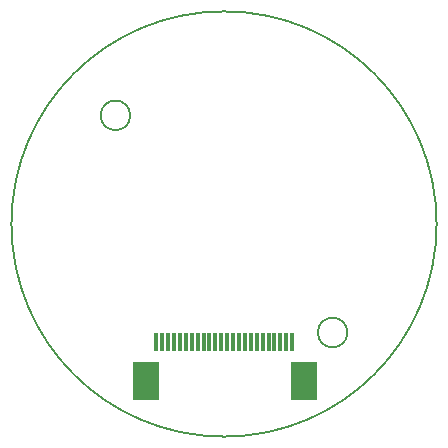
<source format=gbp>
%FSLAX25Y25*%
%MOIN*%
G70*
G01*
G75*
G04 Layer_Color=128*
%ADD10R,0.02362X0.02362*%
%ADD11R,0.02362X0.02362*%
%ADD12C,0.01142*%
%ADD13C,0.00500*%
%ADD14C,0.00600*%
%ADD15C,0.01200*%
%ADD16C,0.00800*%
%ADD17C,0.00250*%
%ADD18C,0.02756*%
%ADD19O,0.11024X0.07087*%
%ADD20C,0.02000*%
%ADD21C,0.01600*%
%ADD22R,0.01181X0.05906*%
%ADD23R,0.08661X0.12992*%
%ADD24C,0.00984*%
%ADD25C,0.00787*%
%ADD26R,0.03162X0.03162*%
%ADD27R,0.03162X0.03162*%
%ADD28C,0.01942*%
%ADD29C,0.03556*%
%ADD30O,0.11824X0.07887*%
%ADD31R,0.01981X0.06706*%
%ADD32R,0.09461X0.13792*%
D13*
X70866Y0D02*
G03*
X70866Y0I-70866J0D01*
G01*
X-31270Y36191D02*
G03*
X-31270Y36191I-4921J0D01*
G01*
X41111Y-36191D02*
G03*
X41111Y-36191I-4921J0D01*
G01*
D17*
X50235Y50110D02*
G03*
X50235Y50110I-125J0D01*
G01*
X125Y70866D02*
G03*
X125Y70866I-125J0D01*
G01*
X-49985Y50110D02*
G03*
X-49985Y50110I-125J0D01*
G01*
X-70741Y0D02*
G03*
X-70741Y0I-125J0D01*
G01*
X-49985Y-50110D02*
G03*
X-49985Y-50110I-125J0D01*
G01*
X125Y-70866D02*
G03*
X125Y-70866I-125J0D01*
G01*
X50235Y-50110D02*
G03*
X50235Y-50110I-125J0D01*
G01*
X70991Y0D02*
G03*
X70991Y0I-125J0D01*
G01*
D22*
X-14702Y-39400D02*
D03*
X-12733D02*
D03*
X-10765D02*
D03*
X-8796D02*
D03*
X-6828D02*
D03*
X-4859D02*
D03*
X-2891D02*
D03*
X-922D02*
D03*
X1046D02*
D03*
X3015D02*
D03*
X4984D02*
D03*
X6952D02*
D03*
X8920D02*
D03*
X10889D02*
D03*
X12857D02*
D03*
X14826D02*
D03*
X16794D02*
D03*
X18763D02*
D03*
X20731D02*
D03*
X22700D02*
D03*
X-16670D02*
D03*
X-22576D02*
D03*
X-20607D02*
D03*
X-18639D02*
D03*
D23*
X-26000Y-52300D02*
D03*
X26600Y-52400D02*
D03*
M02*

</source>
